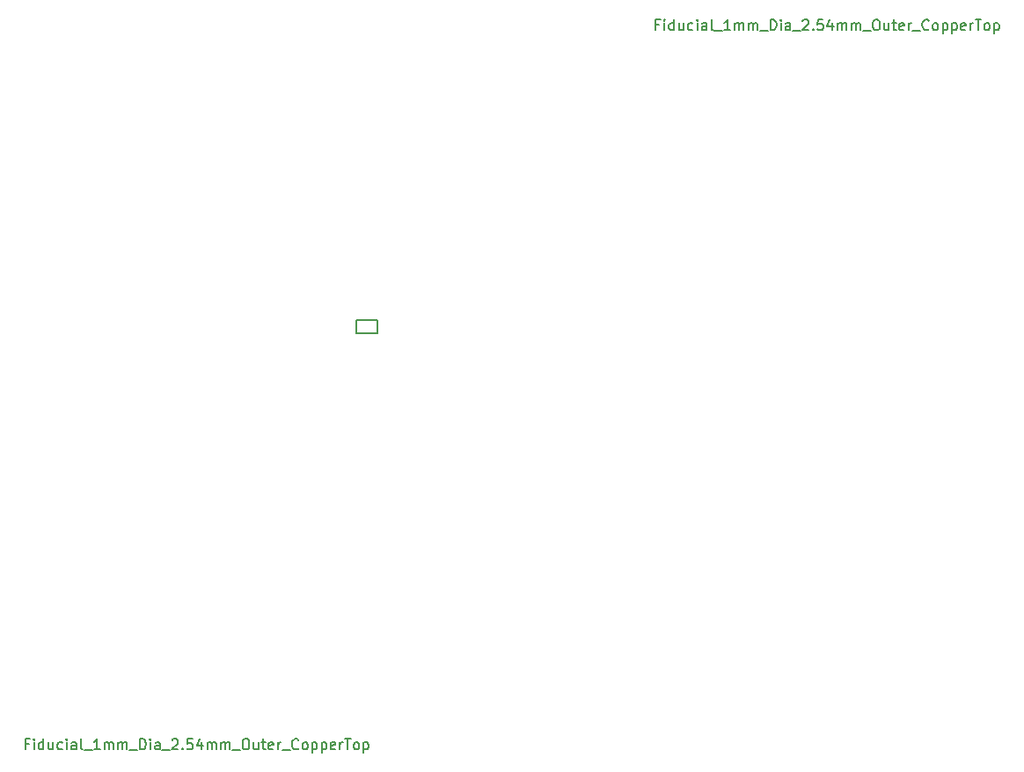
<source format=gbr>
G04 #@! TF.FileFunction,Other,Fab,Top*
%FSLAX46Y46*%
G04 Gerber Fmt 4.6, Leading zero omitted, Abs format (unit mm)*
G04 Created by KiCad (PCBNEW no-vcs-found-product) date Thu Nov 24 16:10:56 2016*
%MOMM*%
%LPD*%
G01*
G04 APERTURE LIST*
%ADD10C,0.100000*%
%ADD11C,0.150000*%
G04 APERTURE END LIST*
D10*
D11*
X135220000Y-91765000D02*
X135220000Y-93015000D01*
X133220000Y-91765000D02*
X135220000Y-91765000D01*
X133220000Y-93015000D02*
X133220000Y-91765000D01*
X135220000Y-93015000D02*
X133220000Y-93015000D01*
X101693333Y-132588571D02*
X101360000Y-132588571D01*
X101360000Y-133112380D02*
X101360000Y-132112380D01*
X101836190Y-132112380D01*
X102217142Y-133112380D02*
X102217142Y-132445714D01*
X102217142Y-132112380D02*
X102169523Y-132160000D01*
X102217142Y-132207619D01*
X102264761Y-132160000D01*
X102217142Y-132112380D01*
X102217142Y-132207619D01*
X103121904Y-133112380D02*
X103121904Y-132112380D01*
X103121904Y-133064761D02*
X103026666Y-133112380D01*
X102836190Y-133112380D01*
X102740952Y-133064761D01*
X102693333Y-133017142D01*
X102645714Y-132921904D01*
X102645714Y-132636190D01*
X102693333Y-132540952D01*
X102740952Y-132493333D01*
X102836190Y-132445714D01*
X103026666Y-132445714D01*
X103121904Y-132493333D01*
X104026666Y-132445714D02*
X104026666Y-133112380D01*
X103598095Y-132445714D02*
X103598095Y-132969523D01*
X103645714Y-133064761D01*
X103740952Y-133112380D01*
X103883809Y-133112380D01*
X103979047Y-133064761D01*
X104026666Y-133017142D01*
X104931428Y-133064761D02*
X104836190Y-133112380D01*
X104645714Y-133112380D01*
X104550476Y-133064761D01*
X104502857Y-133017142D01*
X104455238Y-132921904D01*
X104455238Y-132636190D01*
X104502857Y-132540952D01*
X104550476Y-132493333D01*
X104645714Y-132445714D01*
X104836190Y-132445714D01*
X104931428Y-132493333D01*
X105360000Y-133112380D02*
X105360000Y-132445714D01*
X105360000Y-132112380D02*
X105312380Y-132160000D01*
X105360000Y-132207619D01*
X105407619Y-132160000D01*
X105360000Y-132112380D01*
X105360000Y-132207619D01*
X106264761Y-133112380D02*
X106264761Y-132588571D01*
X106217142Y-132493333D01*
X106121904Y-132445714D01*
X105931428Y-132445714D01*
X105836190Y-132493333D01*
X106264761Y-133064761D02*
X106169523Y-133112380D01*
X105931428Y-133112380D01*
X105836190Y-133064761D01*
X105788571Y-132969523D01*
X105788571Y-132874285D01*
X105836190Y-132779047D01*
X105931428Y-132731428D01*
X106169523Y-132731428D01*
X106264761Y-132683809D01*
X106883809Y-133112380D02*
X106788571Y-133064761D01*
X106740952Y-132969523D01*
X106740952Y-132112380D01*
X107026666Y-133207619D02*
X107788571Y-133207619D01*
X108550476Y-133112380D02*
X107979047Y-133112380D01*
X108264761Y-133112380D02*
X108264761Y-132112380D01*
X108169523Y-132255238D01*
X108074285Y-132350476D01*
X107979047Y-132398095D01*
X108979047Y-133112380D02*
X108979047Y-132445714D01*
X108979047Y-132540952D02*
X109026666Y-132493333D01*
X109121904Y-132445714D01*
X109264761Y-132445714D01*
X109360000Y-132493333D01*
X109407619Y-132588571D01*
X109407619Y-133112380D01*
X109407619Y-132588571D02*
X109455238Y-132493333D01*
X109550476Y-132445714D01*
X109693333Y-132445714D01*
X109788571Y-132493333D01*
X109836190Y-132588571D01*
X109836190Y-133112380D01*
X110312380Y-133112380D02*
X110312380Y-132445714D01*
X110312380Y-132540952D02*
X110360000Y-132493333D01*
X110455238Y-132445714D01*
X110598095Y-132445714D01*
X110693333Y-132493333D01*
X110740952Y-132588571D01*
X110740952Y-133112380D01*
X110740952Y-132588571D02*
X110788571Y-132493333D01*
X110883809Y-132445714D01*
X111026666Y-132445714D01*
X111121904Y-132493333D01*
X111169523Y-132588571D01*
X111169523Y-133112380D01*
X111407619Y-133207619D02*
X112169523Y-133207619D01*
X112407619Y-133112380D02*
X112407619Y-132112380D01*
X112645714Y-132112380D01*
X112788571Y-132160000D01*
X112883809Y-132255238D01*
X112931428Y-132350476D01*
X112979047Y-132540952D01*
X112979047Y-132683809D01*
X112931428Y-132874285D01*
X112883809Y-132969523D01*
X112788571Y-133064761D01*
X112645714Y-133112380D01*
X112407619Y-133112380D01*
X113407619Y-133112380D02*
X113407619Y-132445714D01*
X113407619Y-132112380D02*
X113360000Y-132160000D01*
X113407619Y-132207619D01*
X113455238Y-132160000D01*
X113407619Y-132112380D01*
X113407619Y-132207619D01*
X114312380Y-133112380D02*
X114312380Y-132588571D01*
X114264761Y-132493333D01*
X114169523Y-132445714D01*
X113979047Y-132445714D01*
X113883809Y-132493333D01*
X114312380Y-133064761D02*
X114217142Y-133112380D01*
X113979047Y-133112380D01*
X113883809Y-133064761D01*
X113836190Y-132969523D01*
X113836190Y-132874285D01*
X113883809Y-132779047D01*
X113979047Y-132731428D01*
X114217142Y-132731428D01*
X114312380Y-132683809D01*
X114550476Y-133207619D02*
X115312380Y-133207619D01*
X115502857Y-132207619D02*
X115550476Y-132160000D01*
X115645714Y-132112380D01*
X115883809Y-132112380D01*
X115979047Y-132160000D01*
X116026666Y-132207619D01*
X116074285Y-132302857D01*
X116074285Y-132398095D01*
X116026666Y-132540952D01*
X115455238Y-133112380D01*
X116074285Y-133112380D01*
X116502857Y-133017142D02*
X116550476Y-133064761D01*
X116502857Y-133112380D01*
X116455238Y-133064761D01*
X116502857Y-133017142D01*
X116502857Y-133112380D01*
X117455238Y-132112380D02*
X116979047Y-132112380D01*
X116931428Y-132588571D01*
X116979047Y-132540952D01*
X117074285Y-132493333D01*
X117312380Y-132493333D01*
X117407619Y-132540952D01*
X117455238Y-132588571D01*
X117502857Y-132683809D01*
X117502857Y-132921904D01*
X117455238Y-133017142D01*
X117407619Y-133064761D01*
X117312380Y-133112380D01*
X117074285Y-133112380D01*
X116979047Y-133064761D01*
X116931428Y-133017142D01*
X118360000Y-132445714D02*
X118360000Y-133112380D01*
X118121904Y-132064761D02*
X117883809Y-132779047D01*
X118502857Y-132779047D01*
X118883809Y-133112380D02*
X118883809Y-132445714D01*
X118883809Y-132540952D02*
X118931428Y-132493333D01*
X119026666Y-132445714D01*
X119169523Y-132445714D01*
X119264761Y-132493333D01*
X119312380Y-132588571D01*
X119312380Y-133112380D01*
X119312380Y-132588571D02*
X119360000Y-132493333D01*
X119455238Y-132445714D01*
X119598095Y-132445714D01*
X119693333Y-132493333D01*
X119740952Y-132588571D01*
X119740952Y-133112380D01*
X120217142Y-133112380D02*
X120217142Y-132445714D01*
X120217142Y-132540952D02*
X120264761Y-132493333D01*
X120360000Y-132445714D01*
X120502857Y-132445714D01*
X120598095Y-132493333D01*
X120645714Y-132588571D01*
X120645714Y-133112380D01*
X120645714Y-132588571D02*
X120693333Y-132493333D01*
X120788571Y-132445714D01*
X120931428Y-132445714D01*
X121026666Y-132493333D01*
X121074285Y-132588571D01*
X121074285Y-133112380D01*
X121312380Y-133207619D02*
X122074285Y-133207619D01*
X122502857Y-132112380D02*
X122693333Y-132112380D01*
X122788571Y-132160000D01*
X122883809Y-132255238D01*
X122931428Y-132445714D01*
X122931428Y-132779047D01*
X122883809Y-132969523D01*
X122788571Y-133064761D01*
X122693333Y-133112380D01*
X122502857Y-133112380D01*
X122407619Y-133064761D01*
X122312380Y-132969523D01*
X122264761Y-132779047D01*
X122264761Y-132445714D01*
X122312380Y-132255238D01*
X122407619Y-132160000D01*
X122502857Y-132112380D01*
X123788571Y-132445714D02*
X123788571Y-133112380D01*
X123360000Y-132445714D02*
X123360000Y-132969523D01*
X123407619Y-133064761D01*
X123502857Y-133112380D01*
X123645714Y-133112380D01*
X123740952Y-133064761D01*
X123788571Y-133017142D01*
X124121904Y-132445714D02*
X124502857Y-132445714D01*
X124264761Y-132112380D02*
X124264761Y-132969523D01*
X124312380Y-133064761D01*
X124407619Y-133112380D01*
X124502857Y-133112380D01*
X125217142Y-133064761D02*
X125121904Y-133112380D01*
X124931428Y-133112380D01*
X124836190Y-133064761D01*
X124788571Y-132969523D01*
X124788571Y-132588571D01*
X124836190Y-132493333D01*
X124931428Y-132445714D01*
X125121904Y-132445714D01*
X125217142Y-132493333D01*
X125264761Y-132588571D01*
X125264761Y-132683809D01*
X124788571Y-132779047D01*
X125693333Y-133112380D02*
X125693333Y-132445714D01*
X125693333Y-132636190D02*
X125740952Y-132540952D01*
X125788571Y-132493333D01*
X125883809Y-132445714D01*
X125979047Y-132445714D01*
X126074285Y-133207619D02*
X126836190Y-133207619D01*
X127645714Y-133017142D02*
X127598095Y-133064761D01*
X127455238Y-133112380D01*
X127359999Y-133112380D01*
X127217142Y-133064761D01*
X127121904Y-132969523D01*
X127074285Y-132874285D01*
X127026666Y-132683809D01*
X127026666Y-132540952D01*
X127074285Y-132350476D01*
X127121904Y-132255238D01*
X127217142Y-132160000D01*
X127359999Y-132112380D01*
X127455238Y-132112380D01*
X127598095Y-132160000D01*
X127645714Y-132207619D01*
X128217142Y-133112380D02*
X128121904Y-133064761D01*
X128074285Y-133017142D01*
X128026666Y-132921904D01*
X128026666Y-132636190D01*
X128074285Y-132540952D01*
X128121904Y-132493333D01*
X128217142Y-132445714D01*
X128359999Y-132445714D01*
X128455238Y-132493333D01*
X128502857Y-132540952D01*
X128550476Y-132636190D01*
X128550476Y-132921904D01*
X128502857Y-133017142D01*
X128455238Y-133064761D01*
X128359999Y-133112380D01*
X128217142Y-133112380D01*
X128979047Y-132445714D02*
X128979047Y-133445714D01*
X128979047Y-132493333D02*
X129074285Y-132445714D01*
X129264761Y-132445714D01*
X129359999Y-132493333D01*
X129407619Y-132540952D01*
X129455238Y-132636190D01*
X129455238Y-132921904D01*
X129407619Y-133017142D01*
X129359999Y-133064761D01*
X129264761Y-133112380D01*
X129074285Y-133112380D01*
X128979047Y-133064761D01*
X129883809Y-132445714D02*
X129883809Y-133445714D01*
X129883809Y-132493333D02*
X129979047Y-132445714D01*
X130169523Y-132445714D01*
X130264761Y-132493333D01*
X130312380Y-132540952D01*
X130359999Y-132636190D01*
X130359999Y-132921904D01*
X130312380Y-133017142D01*
X130264761Y-133064761D01*
X130169523Y-133112380D01*
X129979047Y-133112380D01*
X129883809Y-133064761D01*
X131169523Y-133064761D02*
X131074285Y-133112380D01*
X130883809Y-133112380D01*
X130788571Y-133064761D01*
X130740952Y-132969523D01*
X130740952Y-132588571D01*
X130788571Y-132493333D01*
X130883809Y-132445714D01*
X131074285Y-132445714D01*
X131169523Y-132493333D01*
X131217142Y-132588571D01*
X131217142Y-132683809D01*
X130740952Y-132779047D01*
X131645714Y-133112380D02*
X131645714Y-132445714D01*
X131645714Y-132636190D02*
X131693333Y-132540952D01*
X131740952Y-132493333D01*
X131836190Y-132445714D01*
X131931428Y-132445714D01*
X132121904Y-132112380D02*
X132693333Y-132112380D01*
X132407619Y-133112380D02*
X132407619Y-132112380D01*
X133169523Y-133112380D02*
X133074285Y-133064761D01*
X133026666Y-133017142D01*
X132979047Y-132921904D01*
X132979047Y-132636190D01*
X133026666Y-132540952D01*
X133074285Y-132493333D01*
X133169523Y-132445714D01*
X133312380Y-132445714D01*
X133407619Y-132493333D01*
X133455238Y-132540952D01*
X133502857Y-132636190D01*
X133502857Y-132921904D01*
X133455238Y-133017142D01*
X133407619Y-133064761D01*
X133312380Y-133112380D01*
X133169523Y-133112380D01*
X133931428Y-132445714D02*
X133931428Y-133445714D01*
X133931428Y-132493333D02*
X134026666Y-132445714D01*
X134217142Y-132445714D01*
X134312380Y-132493333D01*
X134360000Y-132540952D01*
X134407619Y-132636190D01*
X134407619Y-132921904D01*
X134360000Y-133017142D01*
X134312380Y-133064761D01*
X134217142Y-133112380D01*
X134026666Y-133112380D01*
X133931428Y-133064761D01*
X162373333Y-63328571D02*
X162040000Y-63328571D01*
X162040000Y-63852380D02*
X162040000Y-62852380D01*
X162516190Y-62852380D01*
X162897142Y-63852380D02*
X162897142Y-63185714D01*
X162897142Y-62852380D02*
X162849523Y-62900000D01*
X162897142Y-62947619D01*
X162944761Y-62900000D01*
X162897142Y-62852380D01*
X162897142Y-62947619D01*
X163801904Y-63852380D02*
X163801904Y-62852380D01*
X163801904Y-63804761D02*
X163706666Y-63852380D01*
X163516190Y-63852380D01*
X163420952Y-63804761D01*
X163373333Y-63757142D01*
X163325714Y-63661904D01*
X163325714Y-63376190D01*
X163373333Y-63280952D01*
X163420952Y-63233333D01*
X163516190Y-63185714D01*
X163706666Y-63185714D01*
X163801904Y-63233333D01*
X164706666Y-63185714D02*
X164706666Y-63852380D01*
X164278095Y-63185714D02*
X164278095Y-63709523D01*
X164325714Y-63804761D01*
X164420952Y-63852380D01*
X164563809Y-63852380D01*
X164659047Y-63804761D01*
X164706666Y-63757142D01*
X165611428Y-63804761D02*
X165516190Y-63852380D01*
X165325714Y-63852380D01*
X165230476Y-63804761D01*
X165182857Y-63757142D01*
X165135238Y-63661904D01*
X165135238Y-63376190D01*
X165182857Y-63280952D01*
X165230476Y-63233333D01*
X165325714Y-63185714D01*
X165516190Y-63185714D01*
X165611428Y-63233333D01*
X166040000Y-63852380D02*
X166040000Y-63185714D01*
X166040000Y-62852380D02*
X165992380Y-62900000D01*
X166040000Y-62947619D01*
X166087619Y-62900000D01*
X166040000Y-62852380D01*
X166040000Y-62947619D01*
X166944761Y-63852380D02*
X166944761Y-63328571D01*
X166897142Y-63233333D01*
X166801904Y-63185714D01*
X166611428Y-63185714D01*
X166516190Y-63233333D01*
X166944761Y-63804761D02*
X166849523Y-63852380D01*
X166611428Y-63852380D01*
X166516190Y-63804761D01*
X166468571Y-63709523D01*
X166468571Y-63614285D01*
X166516190Y-63519047D01*
X166611428Y-63471428D01*
X166849523Y-63471428D01*
X166944761Y-63423809D01*
X167563809Y-63852380D02*
X167468571Y-63804761D01*
X167420952Y-63709523D01*
X167420952Y-62852380D01*
X167706666Y-63947619D02*
X168468571Y-63947619D01*
X169230476Y-63852380D02*
X168659047Y-63852380D01*
X168944761Y-63852380D02*
X168944761Y-62852380D01*
X168849523Y-62995238D01*
X168754285Y-63090476D01*
X168659047Y-63138095D01*
X169659047Y-63852380D02*
X169659047Y-63185714D01*
X169659047Y-63280952D02*
X169706666Y-63233333D01*
X169801904Y-63185714D01*
X169944761Y-63185714D01*
X170040000Y-63233333D01*
X170087619Y-63328571D01*
X170087619Y-63852380D01*
X170087619Y-63328571D02*
X170135238Y-63233333D01*
X170230476Y-63185714D01*
X170373333Y-63185714D01*
X170468571Y-63233333D01*
X170516190Y-63328571D01*
X170516190Y-63852380D01*
X170992380Y-63852380D02*
X170992380Y-63185714D01*
X170992380Y-63280952D02*
X171040000Y-63233333D01*
X171135238Y-63185714D01*
X171278095Y-63185714D01*
X171373333Y-63233333D01*
X171420952Y-63328571D01*
X171420952Y-63852380D01*
X171420952Y-63328571D02*
X171468571Y-63233333D01*
X171563809Y-63185714D01*
X171706666Y-63185714D01*
X171801904Y-63233333D01*
X171849523Y-63328571D01*
X171849523Y-63852380D01*
X172087619Y-63947619D02*
X172849523Y-63947619D01*
X173087619Y-63852380D02*
X173087619Y-62852380D01*
X173325714Y-62852380D01*
X173468571Y-62900000D01*
X173563809Y-62995238D01*
X173611428Y-63090476D01*
X173659047Y-63280952D01*
X173659047Y-63423809D01*
X173611428Y-63614285D01*
X173563809Y-63709523D01*
X173468571Y-63804761D01*
X173325714Y-63852380D01*
X173087619Y-63852380D01*
X174087619Y-63852380D02*
X174087619Y-63185714D01*
X174087619Y-62852380D02*
X174040000Y-62900000D01*
X174087619Y-62947619D01*
X174135238Y-62900000D01*
X174087619Y-62852380D01*
X174087619Y-62947619D01*
X174992380Y-63852380D02*
X174992380Y-63328571D01*
X174944761Y-63233333D01*
X174849523Y-63185714D01*
X174659047Y-63185714D01*
X174563809Y-63233333D01*
X174992380Y-63804761D02*
X174897142Y-63852380D01*
X174659047Y-63852380D01*
X174563809Y-63804761D01*
X174516190Y-63709523D01*
X174516190Y-63614285D01*
X174563809Y-63519047D01*
X174659047Y-63471428D01*
X174897142Y-63471428D01*
X174992380Y-63423809D01*
X175230476Y-63947619D02*
X175992380Y-63947619D01*
X176182857Y-62947619D02*
X176230476Y-62900000D01*
X176325714Y-62852380D01*
X176563809Y-62852380D01*
X176659047Y-62900000D01*
X176706666Y-62947619D01*
X176754285Y-63042857D01*
X176754285Y-63138095D01*
X176706666Y-63280952D01*
X176135238Y-63852380D01*
X176754285Y-63852380D01*
X177182857Y-63757142D02*
X177230476Y-63804761D01*
X177182857Y-63852380D01*
X177135238Y-63804761D01*
X177182857Y-63757142D01*
X177182857Y-63852380D01*
X178135238Y-62852380D02*
X177659047Y-62852380D01*
X177611428Y-63328571D01*
X177659047Y-63280952D01*
X177754285Y-63233333D01*
X177992380Y-63233333D01*
X178087619Y-63280952D01*
X178135238Y-63328571D01*
X178182857Y-63423809D01*
X178182857Y-63661904D01*
X178135238Y-63757142D01*
X178087619Y-63804761D01*
X177992380Y-63852380D01*
X177754285Y-63852380D01*
X177659047Y-63804761D01*
X177611428Y-63757142D01*
X179040000Y-63185714D02*
X179040000Y-63852380D01*
X178801904Y-62804761D02*
X178563809Y-63519047D01*
X179182857Y-63519047D01*
X179563809Y-63852380D02*
X179563809Y-63185714D01*
X179563809Y-63280952D02*
X179611428Y-63233333D01*
X179706666Y-63185714D01*
X179849523Y-63185714D01*
X179944761Y-63233333D01*
X179992380Y-63328571D01*
X179992380Y-63852380D01*
X179992380Y-63328571D02*
X180040000Y-63233333D01*
X180135238Y-63185714D01*
X180278095Y-63185714D01*
X180373333Y-63233333D01*
X180420952Y-63328571D01*
X180420952Y-63852380D01*
X180897142Y-63852380D02*
X180897142Y-63185714D01*
X180897142Y-63280952D02*
X180944761Y-63233333D01*
X181040000Y-63185714D01*
X181182857Y-63185714D01*
X181278095Y-63233333D01*
X181325714Y-63328571D01*
X181325714Y-63852380D01*
X181325714Y-63328571D02*
X181373333Y-63233333D01*
X181468571Y-63185714D01*
X181611428Y-63185714D01*
X181706666Y-63233333D01*
X181754285Y-63328571D01*
X181754285Y-63852380D01*
X181992380Y-63947619D02*
X182754285Y-63947619D01*
X183182857Y-62852380D02*
X183373333Y-62852380D01*
X183468571Y-62900000D01*
X183563809Y-62995238D01*
X183611428Y-63185714D01*
X183611428Y-63519047D01*
X183563809Y-63709523D01*
X183468571Y-63804761D01*
X183373333Y-63852380D01*
X183182857Y-63852380D01*
X183087619Y-63804761D01*
X182992380Y-63709523D01*
X182944761Y-63519047D01*
X182944761Y-63185714D01*
X182992380Y-62995238D01*
X183087619Y-62900000D01*
X183182857Y-62852380D01*
X184468571Y-63185714D02*
X184468571Y-63852380D01*
X184040000Y-63185714D02*
X184040000Y-63709523D01*
X184087619Y-63804761D01*
X184182857Y-63852380D01*
X184325714Y-63852380D01*
X184420952Y-63804761D01*
X184468571Y-63757142D01*
X184801904Y-63185714D02*
X185182857Y-63185714D01*
X184944761Y-62852380D02*
X184944761Y-63709523D01*
X184992380Y-63804761D01*
X185087619Y-63852380D01*
X185182857Y-63852380D01*
X185897142Y-63804761D02*
X185801904Y-63852380D01*
X185611428Y-63852380D01*
X185516190Y-63804761D01*
X185468571Y-63709523D01*
X185468571Y-63328571D01*
X185516190Y-63233333D01*
X185611428Y-63185714D01*
X185801904Y-63185714D01*
X185897142Y-63233333D01*
X185944761Y-63328571D01*
X185944761Y-63423809D01*
X185468571Y-63519047D01*
X186373333Y-63852380D02*
X186373333Y-63185714D01*
X186373333Y-63376190D02*
X186420952Y-63280952D01*
X186468571Y-63233333D01*
X186563809Y-63185714D01*
X186659047Y-63185714D01*
X186754285Y-63947619D02*
X187516190Y-63947619D01*
X188325714Y-63757142D02*
X188278095Y-63804761D01*
X188135238Y-63852380D01*
X188040000Y-63852380D01*
X187897142Y-63804761D01*
X187801904Y-63709523D01*
X187754285Y-63614285D01*
X187706666Y-63423809D01*
X187706666Y-63280952D01*
X187754285Y-63090476D01*
X187801904Y-62995238D01*
X187897142Y-62900000D01*
X188040000Y-62852380D01*
X188135238Y-62852380D01*
X188278095Y-62900000D01*
X188325714Y-62947619D01*
X188897142Y-63852380D02*
X188801904Y-63804761D01*
X188754285Y-63757142D01*
X188706666Y-63661904D01*
X188706666Y-63376190D01*
X188754285Y-63280952D01*
X188801904Y-63233333D01*
X188897142Y-63185714D01*
X189040000Y-63185714D01*
X189135238Y-63233333D01*
X189182857Y-63280952D01*
X189230476Y-63376190D01*
X189230476Y-63661904D01*
X189182857Y-63757142D01*
X189135238Y-63804761D01*
X189040000Y-63852380D01*
X188897142Y-63852380D01*
X189659047Y-63185714D02*
X189659047Y-64185714D01*
X189659047Y-63233333D02*
X189754285Y-63185714D01*
X189944761Y-63185714D01*
X190040000Y-63233333D01*
X190087619Y-63280952D01*
X190135238Y-63376190D01*
X190135238Y-63661904D01*
X190087619Y-63757142D01*
X190040000Y-63804761D01*
X189944761Y-63852380D01*
X189754285Y-63852380D01*
X189659047Y-63804761D01*
X190563809Y-63185714D02*
X190563809Y-64185714D01*
X190563809Y-63233333D02*
X190659047Y-63185714D01*
X190849523Y-63185714D01*
X190944761Y-63233333D01*
X190992380Y-63280952D01*
X191040000Y-63376190D01*
X191040000Y-63661904D01*
X190992380Y-63757142D01*
X190944761Y-63804761D01*
X190849523Y-63852380D01*
X190659047Y-63852380D01*
X190563809Y-63804761D01*
X191849523Y-63804761D02*
X191754285Y-63852380D01*
X191563809Y-63852380D01*
X191468571Y-63804761D01*
X191420952Y-63709523D01*
X191420952Y-63328571D01*
X191468571Y-63233333D01*
X191563809Y-63185714D01*
X191754285Y-63185714D01*
X191849523Y-63233333D01*
X191897142Y-63328571D01*
X191897142Y-63423809D01*
X191420952Y-63519047D01*
X192325714Y-63852380D02*
X192325714Y-63185714D01*
X192325714Y-63376190D02*
X192373333Y-63280952D01*
X192420952Y-63233333D01*
X192516190Y-63185714D01*
X192611428Y-63185714D01*
X192801904Y-62852380D02*
X193373333Y-62852380D01*
X193087619Y-63852380D02*
X193087619Y-62852380D01*
X193849523Y-63852380D02*
X193754285Y-63804761D01*
X193706666Y-63757142D01*
X193659047Y-63661904D01*
X193659047Y-63376190D01*
X193706666Y-63280952D01*
X193754285Y-63233333D01*
X193849523Y-63185714D01*
X193992380Y-63185714D01*
X194087619Y-63233333D01*
X194135238Y-63280952D01*
X194182857Y-63376190D01*
X194182857Y-63661904D01*
X194135238Y-63757142D01*
X194087619Y-63804761D01*
X193992380Y-63852380D01*
X193849523Y-63852380D01*
X194611428Y-63185714D02*
X194611428Y-64185714D01*
X194611428Y-63233333D02*
X194706666Y-63185714D01*
X194897142Y-63185714D01*
X194992380Y-63233333D01*
X195040000Y-63280952D01*
X195087619Y-63376190D01*
X195087619Y-63661904D01*
X195040000Y-63757142D01*
X194992380Y-63804761D01*
X194897142Y-63852380D01*
X194706666Y-63852380D01*
X194611428Y-63804761D01*
M02*

</source>
